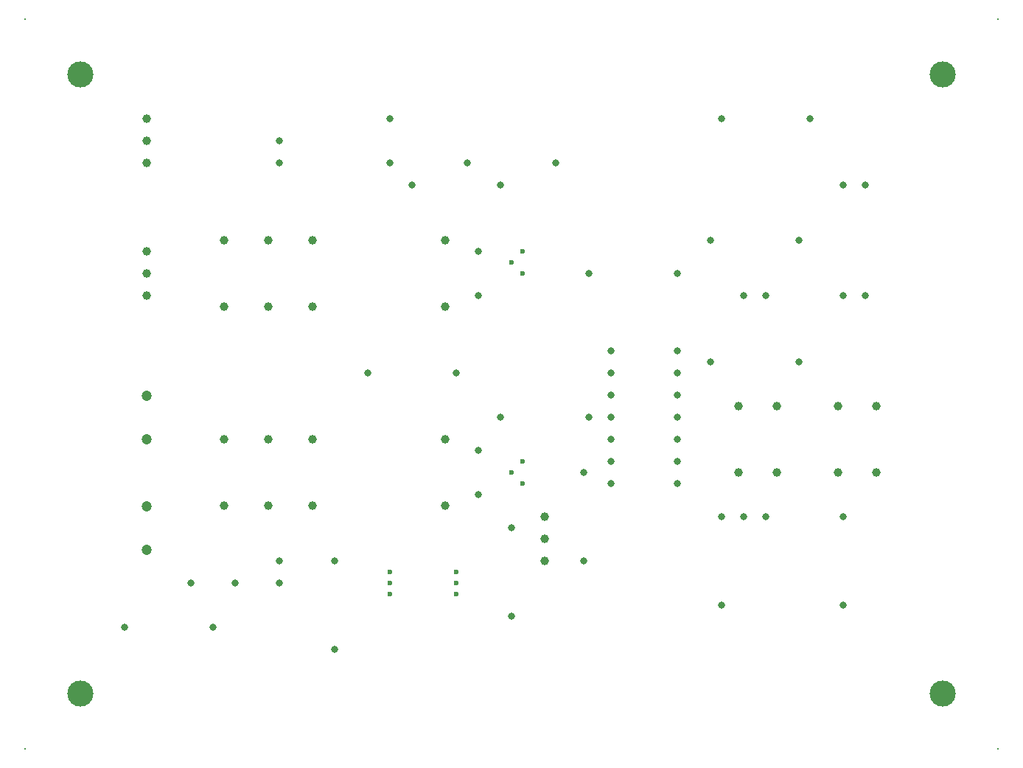
<source format=gbr>
G04                                                                  *
G04 SOURCE        : LAYO1 PCB.EXE VERSION 10                         *
G04 FORMAT        : GERBER RS-274X, Inch, 2.4, Leading Zero          *
G04 TITLE         : CNC3018SWITCHERV4011_DRILL PROGRAM               *
G04 TIME          : Thursday, May 18, 2023  21:32:57                 *
G04                                                                  *
G04 Board width   : 125.000 mm. =  4.9213 inch                       *
G04 Board height  :  94.000 mm. =  3.7008 inch                       *
G04 Board offset  :   0.000 mm. =  0.0000 inch                       *
G04 Board offset  :   0.000 mm. =  0.0000 inch                       *
G04                                                                  *
G04 Apertures:                                                       *
G04       Type          X       Y             X       Y        Used  *
G04                      Inches                Metric                *
G04 D10   Round       0.1181  0.1181        3.000   3.000         4  *
G04 D11   Round       0.0315  0.0315        0.800   0.800        62  *
G04 D12   Round       0.0394  0.0394        1.000   1.000        33  *
G04 D13   Round       0.0472  0.0472        1.200   1.200         4  *
G04 D14   Round       0.0236  0.0236        0.600   0.600        12  *
G04 D15   Round       0.0079  0.0079        0.200   0.200         4  *
G04                                                                  *
%FSLAX24Y24*
MOIN*
SFA1.0B1.0*%
%ADD10C,0.1181*%
%ADD11C,0.0315*%
%ADD12C,0.0394*%
%ADD13C,0.0472*%
%ADD14C,0.0236*%
%ADD15C,0.0079*%
%LNDRILL PROGRAM*%
G54D10*
X005000Y033008D03*
X044000Y033008D03*
X044000Y005008D03*
X005000Y005008D03*
G54D11*
X020000Y028008D03*
X024000Y028008D03*
X022000Y019508D03*
X018000Y019508D03*
X027750Y011008D03*
X027750Y015008D03*
X014000Y030008D03*
X014000Y029008D03*
X019000Y031008D03*
X019000Y029008D03*
X035000Y013008D03*
X036000Y013008D03*
X014000Y010008D03*
X014000Y011008D03*
X023000Y023008D03*
X023000Y025008D03*
X039500Y023008D03*
X040500Y023008D03*
X035000Y023008D03*
X036000Y023008D03*
X023000Y014008D03*
X023000Y016008D03*
X039500Y028008D03*
X040500Y028008D03*
X010000Y010008D03*
X012000Y010008D03*
X039500Y009008D03*
X039500Y013008D03*
X026500Y029008D03*
X022500Y029008D03*
X033500Y025508D03*
X037500Y025508D03*
X034000Y009008D03*
X034000Y013008D03*
X032000Y024008D03*
X028000Y024008D03*
X033500Y020008D03*
X037500Y020008D03*
X028000Y017508D03*
X024000Y017508D03*
X024500Y008508D03*
X024500Y012508D03*
X038000Y031008D03*
X034000Y031008D03*
X011000Y008008D03*
X007000Y008008D03*
X016500Y011008D03*
X016500Y007008D03*
X032000Y014508D03*
X032000Y015508D03*
X032000Y016508D03*
X032000Y017508D03*
X032000Y018508D03*
X032000Y019508D03*
X032000Y020508D03*
X029000Y020508D03*
X029000Y019508D03*
X029000Y018508D03*
X029000Y017508D03*
X029000Y016508D03*
X029000Y015508D03*
X029000Y014508D03*
G54D12*
X008000Y031008D03*
X008000Y030008D03*
X008000Y029008D03*
X008000Y025008D03*
X008000Y024008D03*
X008000Y023008D03*
X026000Y013008D03*
X026000Y012008D03*
X026000Y011008D03*
X021500Y025508D03*
X021500Y022508D03*
X013500Y025508D03*
X015500Y025508D03*
X011500Y025508D03*
X013500Y022508D03*
X015500Y022508D03*
X011500Y022508D03*
X021500Y016508D03*
X021500Y013508D03*
X013500Y016508D03*
X015500Y016508D03*
X011500Y016508D03*
X013500Y013508D03*
X015500Y013508D03*
X011500Y013508D03*
X041000Y015008D03*
X041000Y018008D03*
X039250Y018008D03*
X039250Y015008D03*
X036500Y015008D03*
X036500Y018008D03*
X034750Y018008D03*
X034750Y015008D03*
G54D13*
X008000Y016508D03*
X008000Y018476D03*
X008000Y011508D03*
X008000Y013476D03*
G54D14*
X025000Y025008D03*
X024500Y024508D03*
X025000Y024008D03*
X025000Y015508D03*
X024500Y015008D03*
X025000Y014508D03*
X022000Y010508D03*
X022000Y010008D03*
X022000Y009508D03*
X019000Y010508D03*
X019000Y010008D03*
X019000Y009508D03*
G54D15*
X002500Y035508D03*
X046500Y035508D03*
X046500Y002508D03*
X002500Y002508D03*
M02*

</source>
